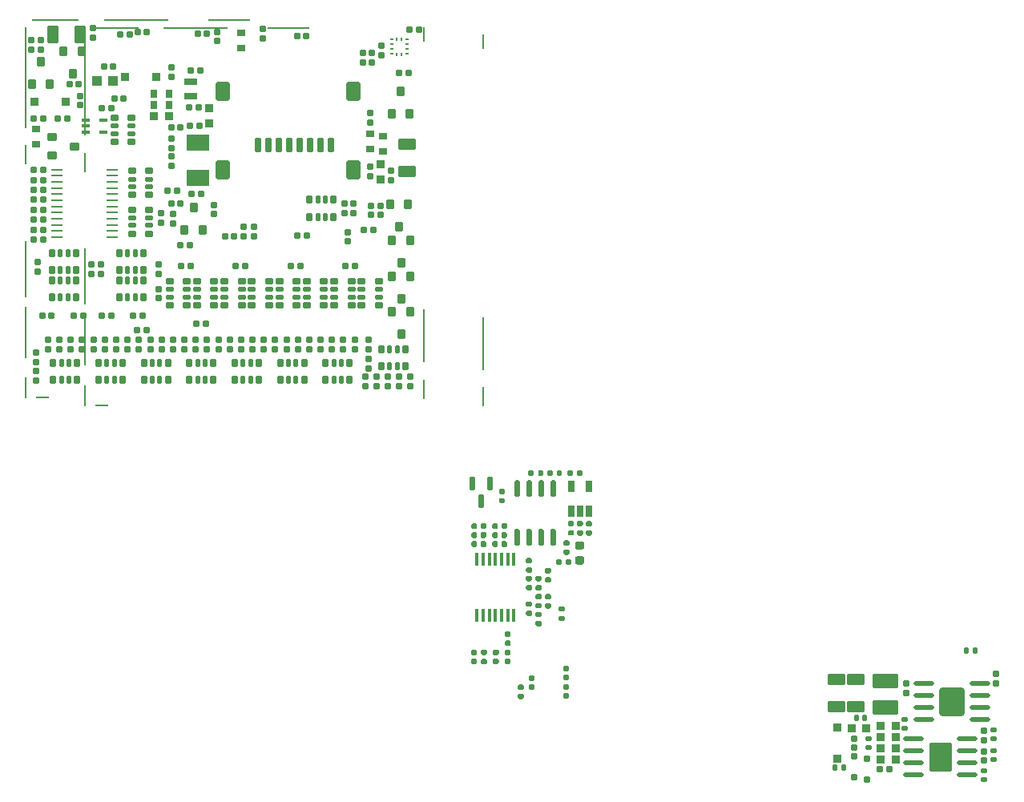
<source format=gbp>
G75*
G70*
%OFA0B0*%
%FSLAX25Y25*%
%IPPOS*%
%LPD*%
%AMOC8*
5,1,8,0,0,1.08239X$1,22.5*
%
%AMM1*
21,1,0.035430,0.030320,0.000000,0.000000,90.000000*
21,1,0.028350,0.037400,0.000000,0.000000,90.000000*
1,1,0.007090,0.015160,0.014170*
1,1,0.007090,0.015160,-0.014170*
1,1,0.007090,-0.015160,-0.014170*
1,1,0.007090,-0.015160,0.014170*
%
%AMM10*
21,1,0.025590,0.026380,0.000000,0.000000,90.000000*
21,1,0.020470,0.031500,0.000000,0.000000,90.000000*
1,1,0.005120,0.013190,0.010240*
1,1,0.005120,0.013190,-0.010240*
1,1,0.005120,-0.013190,-0.010240*
1,1,0.005120,-0.013190,0.010240*
%
%AMM101*
21,1,0.035830,0.026770,-0.000000,0.000000,90.000000*
21,1,0.029130,0.033470,-0.000000,0.000000,90.000000*
1,1,0.006690,0.013390,0.014570*
1,1,0.006690,0.013390,-0.014570*
1,1,0.006690,-0.013390,-0.014570*
1,1,0.006690,-0.013390,0.014570*
%
%AMM102*
21,1,0.070870,0.036220,-0.000000,0.000000,180.000000*
21,1,0.061810,0.045280,-0.000000,0.000000,180.000000*
1,1,0.009060,-0.030910,0.018110*
1,1,0.009060,0.030910,0.018110*
1,1,0.009060,0.030910,-0.018110*
1,1,0.009060,-0.030910,-0.018110*
%
%AMM105*
21,1,0.023620,0.018900,-0.000000,0.000000,180.000000*
21,1,0.018900,0.023620,-0.000000,0.000000,180.000000*
1,1,0.004720,-0.009450,0.009450*
1,1,0.004720,0.009450,0.009450*
1,1,0.004720,0.009450,-0.009450*
1,1,0.004720,-0.009450,-0.009450*
%
%AMM106*
21,1,0.019680,0.019680,-0.000000,0.000000,90.000000*
21,1,0.015750,0.023620,-0.000000,0.000000,90.000000*
1,1,0.003940,0.009840,0.007870*
1,1,0.003940,0.009840,-0.007870*
1,1,0.003940,-0.009840,-0.007870*
1,1,0.003940,-0.009840,0.007870*
%
%AMM107*
21,1,0.019680,0.019680,-0.000000,0.000000,0.000000*
21,1,0.015750,0.023620,-0.000000,0.000000,0.000000*
1,1,0.003940,0.007870,-0.009840*
1,1,0.003940,-0.007870,-0.009840*
1,1,0.003940,-0.007870,0.009840*
1,1,0.003940,0.007870,0.009840*
%
%AMM11*
21,1,0.017720,0.027950,0.000000,0.000000,90.000000*
21,1,0.014170,0.031500,0.000000,0.000000,90.000000*
1,1,0.003540,0.013980,0.007090*
1,1,0.003540,0.013980,-0.007090*
1,1,0.003540,-0.013980,-0.007090*
1,1,0.003540,-0.013980,0.007090*
%
%AMM121*
21,1,0.106300,0.050390,-0.000000,0.000000,180.000000*
21,1,0.093700,0.062990,-0.000000,0.000000,180.000000*
1,1,0.012600,-0.046850,0.025200*
1,1,0.012600,0.046850,0.025200*
1,1,0.012600,0.046850,-0.025200*
1,1,0.012600,-0.046850,-0.025200*
%
%AMM122*
21,1,0.033470,0.026770,-0.000000,0.000000,0.000000*
21,1,0.026770,0.033470,-0.000000,0.000000,0.000000*
1,1,0.006690,0.013390,-0.013390*
1,1,0.006690,-0.013390,-0.013390*
1,1,0.006690,-0.013390,0.013390*
1,1,0.006690,0.013390,0.013390*
%
%AMM123*
21,1,0.023620,0.018900,-0.000000,0.000000,270.000000*
21,1,0.018900,0.023620,-0.000000,0.000000,270.000000*
1,1,0.004720,-0.009450,-0.009450*
1,1,0.004720,-0.009450,0.009450*
1,1,0.004720,0.009450,0.009450*
1,1,0.004720,0.009450,-0.009450*
%
%AMM124*
21,1,0.122050,0.075590,-0.000000,0.000000,270.000000*
21,1,0.103150,0.094490,-0.000000,0.000000,270.000000*
1,1,0.018900,-0.037800,-0.051580*
1,1,0.018900,-0.037800,0.051580*
1,1,0.018900,0.037800,0.051580*
1,1,0.018900,0.037800,-0.051580*
%
%AMM125*
21,1,0.118110,0.083460,-0.000000,0.000000,90.000000*
21,1,0.097240,0.104330,-0.000000,0.000000,90.000000*
1,1,0.020870,0.041730,0.048620*
1,1,0.020870,0.041730,-0.048620*
1,1,0.020870,-0.041730,-0.048620*
1,1,0.020870,-0.041730,0.048620*
%
%AMM13*
21,1,0.012600,0.028980,0.000000,0.000000,90.000000*
21,1,0.010080,0.031500,0.000000,0.000000,90.000000*
1,1,0.002520,0.014490,0.005040*
1,1,0.002520,0.014490,-0.005040*
1,1,0.002520,-0.014490,-0.005040*
1,1,0.002520,-0.014490,0.005040*
%
%AMM16*
21,1,0.027560,0.018900,0.000000,0.000000,90.000000*
21,1,0.022840,0.023620,0.000000,0.000000,90.000000*
1,1,0.004720,0.009450,0.011420*
1,1,0.004720,0.009450,-0.011420*
1,1,0.004720,-0.009450,-0.011420*
1,1,0.004720,-0.009450,0.011420*
%
%AMM33*
21,1,0.033470,0.026770,0.000000,0.000000,180.000000*
21,1,0.026770,0.033470,0.000000,0.000000,180.000000*
1,1,0.006690,-0.013390,0.013390*
1,1,0.006690,0.013390,0.013390*
1,1,0.006690,0.013390,-0.013390*
1,1,0.006690,-0.013390,-0.013390*
%
%AMM34*
21,1,0.035430,0.030320,0.000000,0.000000,180.000000*
21,1,0.028350,0.037400,0.000000,0.000000,180.000000*
1,1,0.007090,-0.014170,0.015160*
1,1,0.007090,0.014170,0.015160*
1,1,0.007090,0.014170,-0.015160*
1,1,0.007090,-0.014170,-0.015160*
%
%AMM35*
21,1,0.035830,0.026770,0.000000,0.000000,0.000000*
21,1,0.029130,0.033470,0.000000,0.000000,0.000000*
1,1,0.006690,0.014570,-0.013390*
1,1,0.006690,-0.014570,-0.013390*
1,1,0.006690,-0.014570,0.013390*
1,1,0.006690,0.014570,0.013390*
%
%AMM36*
21,1,0.070870,0.036220,0.000000,0.000000,0.000000*
21,1,0.061810,0.045280,0.000000,0.000000,0.000000*
1,1,0.009060,0.030910,-0.018110*
1,1,0.009060,-0.030910,-0.018110*
1,1,0.009060,-0.030910,0.018110*
1,1,0.009060,0.030910,0.018110*
%
%AMM37*
21,1,0.059060,0.020470,0.000000,0.000000,90.000000*
21,1,0.053940,0.025590,0.000000,0.000000,90.000000*
1,1,0.005120,0.010240,0.026970*
1,1,0.005120,0.010240,-0.026970*
1,1,0.005120,-0.010240,-0.026970*
1,1,0.005120,-0.010240,0.026970*
%
%AMM38*
21,1,0.078740,0.045670,0.000000,0.000000,90.000000*
21,1,0.067320,0.057090,0.000000,0.000000,90.000000*
1,1,0.011420,0.022840,0.033660*
1,1,0.011420,0.022840,-0.033660*
1,1,0.011420,-0.022840,-0.033660*
1,1,0.011420,-0.022840,0.033660*
%
%AMM39*
21,1,0.025590,0.026380,0.000000,0.000000,0.000000*
21,1,0.020470,0.031500,0.000000,0.000000,0.000000*
1,1,0.005120,0.010240,-0.013190*
1,1,0.005120,-0.010240,-0.013190*
1,1,0.005120,-0.010240,0.013190*
1,1,0.005120,0.010240,0.013190*
%
%AMM40*
21,1,0.017720,0.027950,0.000000,0.000000,0.000000*
21,1,0.014170,0.031500,0.000000,0.000000,0.000000*
1,1,0.003540,0.007090,-0.013980*
1,1,0.003540,-0.007090,-0.013980*
1,1,0.003540,-0.007090,0.013980*
1,1,0.003540,0.007090,0.013980*
%
%AMM41*
21,1,0.027560,0.030710,0.000000,0.000000,90.000000*
21,1,0.022050,0.036220,0.000000,0.000000,90.000000*
1,1,0.005510,0.015350,0.011020*
1,1,0.005510,0.015350,-0.011020*
1,1,0.005510,-0.015350,-0.011020*
1,1,0.005510,-0.015350,0.011020*
%
%AMM42*
21,1,0.027560,0.049610,0.000000,0.000000,270.000000*
21,1,0.022050,0.055120,0.000000,0.000000,270.000000*
1,1,0.005510,-0.024800,-0.011020*
1,1,0.005510,-0.024800,0.011020*
1,1,0.005510,0.024800,0.011020*
1,1,0.005510,0.024800,-0.011020*
%
%AMM43*
21,1,0.027560,0.030710,0.000000,0.000000,0.000000*
21,1,0.022050,0.036220,0.000000,0.000000,0.000000*
1,1,0.005510,0.011020,-0.015350*
1,1,0.005510,-0.011020,-0.015350*
1,1,0.005510,-0.011020,0.015350*
1,1,0.005510,0.011020,0.015350*
%
%AMM44*
21,1,0.070870,0.036220,0.000000,0.000000,90.000000*
21,1,0.061810,0.045280,0.000000,0.000000,90.000000*
1,1,0.009060,0.018110,0.030910*
1,1,0.009060,0.018110,-0.030910*
1,1,0.009060,-0.018110,-0.030910*
1,1,0.009060,-0.018110,0.030910*
%
%AMM45*
21,1,0.033470,0.026770,0.000000,0.000000,270.000000*
21,1,0.026770,0.033470,0.000000,0.000000,270.000000*
1,1,0.006690,-0.013390,-0.013390*
1,1,0.006690,-0.013390,0.013390*
1,1,0.006690,0.013390,0.013390*
1,1,0.006690,0.013390,-0.013390*
%
%AMM7*
21,1,0.027560,0.018900,0.000000,0.000000,180.000000*
21,1,0.022840,0.023620,0.000000,0.000000,180.000000*
1,1,0.004720,-0.011420,0.009450*
1,1,0.004720,0.011420,0.009450*
1,1,0.004720,0.011420,-0.009450*
1,1,0.004720,-0.011420,-0.009450*
%
%ADD132M33*%
%ADD133M34*%
%ADD134M35*%
%ADD135R,0.03937X0.04331*%
%ADD136M36*%
%ADD137M37*%
%ADD138M38*%
%ADD14R,0.00787X0.09055*%
%ADD140R,0.09449X0.06693*%
%ADD141M39*%
%ADD142M40*%
%ADD143M41*%
%ADD144M42*%
%ADD145M43*%
%ADD146M44*%
%ADD147M45*%
%ADD148O,0.04961X0.00984*%
%ADD149R,0.00984X0.01378*%
%ADD15R,0.00787X0.42126*%
%ADD150R,0.01378X0.00984*%
%ADD16R,0.00787X0.08268*%
%ADD17R,0.00787X0.23622*%
%ADD18R,0.00787X0.21260*%
%ADD19R,0.05512X0.00787*%
%ADD20R,0.19685X0.00787*%
%ADD21R,0.26772X0.00787*%
%ADD22R,0.17717X0.00787*%
%ADD23R,0.00787X0.06299*%
%ADD24R,0.00787X0.22441*%
%ADD247M101*%
%ADD248M102*%
%ADD25R,0.00787X0.07874*%
%ADD251M105*%
%ADD252M106*%
%ADD253M107*%
%ADD268M121*%
%ADD269M122*%
%ADD270M123*%
%ADD271O,0.08661X0.01968*%
%ADD272M124*%
%ADD273M125*%
%ADD285R,0.01772X0.05709*%
%ADD286R,0.02559X0.04803*%
%ADD74M1*%
%ADD80M7*%
%ADD84M10*%
%ADD85M11*%
%ADD89M13*%
%ADD95M16*%
X0000000Y0000000D02*
%LPD*%
G01*
D14*
X0225847Y0267362D03*
D15*
X0225847Y0396496D03*
D16*
X0225847Y0364212D03*
D17*
X0225847Y0316771D03*
D18*
X0225847Y0290393D03*
D19*
X0232933Y0263228D03*
D20*
X0238445Y0420315D03*
D21*
X0271910Y0420315D03*
D22*
X0310689Y0420315D03*
D23*
X0391595Y0414409D03*
D24*
X0391595Y0289015D03*
D25*
X0391595Y0266771D03*
X0200689Y0266043D02*
G01*
G75*
D18*
X0201083Y0293602D02*
D03*
D14*
X0201083Y0270571D02*
D03*
D17*
X0201083Y0319980D02*
D03*
D25*
X0366831Y0269980D02*
D03*
D16*
X0201083Y0367421D02*
D03*
D15*
X0201083Y0399704D02*
D03*
D20*
X0213681Y0423523D02*
D03*
D21*
X0247146Y0423523D02*
D03*
D22*
X0285925Y0423523D02*
D03*
D24*
X0366831Y0292224D02*
D03*
D23*
X0366831Y0417618D02*
D03*
D19*
X0208169Y0266437D02*
D03*
D74*
X0212304Y0367285D02*
D03*
X0221556Y0371025D02*
D03*
D74*
X0212304Y0374766D02*
D03*
D80*
X0232382Y0318011D02*
D03*
X0232382Y0321948D02*
D03*
X0353051Y0360925D02*
D03*
X0353051Y0356988D02*
D03*
X0229331Y0420177D02*
D03*
X0229331Y0416240D02*
D03*
X0262514Y0342815D02*
D03*
X0262514Y0338878D02*
D03*
X0279419Y0342743D02*
D03*
X0279419Y0346680D02*
D03*
X0257382Y0339271D02*
D03*
X0257382Y0343208D02*
D03*
X0206188Y0322859D02*
D03*
X0206188Y0318922D02*
D03*
X0223917Y0392027D02*
D03*
X0223917Y0388090D02*
D03*
X0203445Y0411122D02*
D03*
X0203445Y0415059D02*
D03*
X0335335Y0335334D02*
D03*
X0335335Y0331397D02*
D03*
X0261713Y0399901D02*
D03*
X0261713Y0403838D02*
D03*
X0291930Y0333464D02*
D03*
X0291930Y0337401D02*
D03*
X0280905Y0414764D02*
D03*
X0280905Y0418700D02*
D03*
X0333760Y0347145D02*
D03*
X0333760Y0343208D02*
D03*
X0337697Y0347145D02*
D03*
X0337697Y0343208D02*
D03*
X0207579Y0411122D02*
D03*
X0207579Y0415059D02*
D03*
X0344587Y0362500D02*
D03*
X0344587Y0358563D02*
D03*
X0344390Y0384941D02*
D03*
X0344390Y0381004D02*
D03*
X0296260Y0333464D02*
D03*
X0296260Y0337401D02*
D03*
X0299902Y0419980D02*
D03*
X0299902Y0416043D02*
D03*
X0261713Y0370374D02*
D03*
X0261713Y0374311D02*
D03*
X0261713Y0366830D02*
D03*
X0261713Y0362893D02*
D03*
X0248327Y0290452D02*
D03*
X0248327Y0286515D02*
D03*
X0253051Y0290452D02*
D03*
X0253051Y0286515D02*
D03*
X0257776Y0290452D02*
D03*
X0257776Y0286515D02*
D03*
X0262500Y0290452D02*
D03*
X0262500Y0286515D02*
D03*
X0347146Y0271161D02*
D03*
X0347146Y0275098D02*
D03*
X0351870Y0275098D02*
D03*
X0351870Y0271161D02*
D03*
X0356594Y0271161D02*
D03*
X0356594Y0275098D02*
D03*
X0361319Y0271161D02*
D03*
X0361319Y0275098D02*
D03*
X0228445Y0318011D02*
D03*
X0228445Y0321948D02*
D03*
X0256398Y0318011D02*
D03*
X0256398Y0321948D02*
D03*
X0224705Y0290452D02*
D03*
X0224705Y0286515D02*
D03*
X0219981Y0290452D02*
D03*
X0219981Y0286515D02*
D03*
X0215256Y0290452D02*
D03*
X0215256Y0286515D02*
D03*
X0210532Y0290452D02*
D03*
X0210532Y0286515D02*
D03*
X0243603Y0290452D02*
D03*
X0243603Y0286515D02*
D03*
X0238878Y0290452D02*
D03*
X0238878Y0286515D02*
D03*
X0234154Y0290452D02*
D03*
X0234154Y0286515D02*
D03*
X0229429Y0290452D02*
D03*
X0229429Y0286515D02*
D03*
X0281398Y0290452D02*
D03*
X0281398Y0286515D02*
D03*
X0276674Y0290452D02*
D03*
X0276674Y0286515D02*
D03*
X0271949Y0290452D02*
D03*
X0271949Y0286515D02*
D03*
X0267225Y0290452D02*
D03*
X0267225Y0286515D02*
D03*
X0300296Y0286515D02*
D03*
X0300296Y0290452D02*
D03*
X0295571Y0290452D02*
D03*
X0295571Y0286515D02*
D03*
X0290847Y0290452D02*
D03*
X0290847Y0286515D02*
D03*
X0286122Y0290452D02*
D03*
X0286122Y0286515D02*
D03*
X0319193Y0290452D02*
D03*
X0319193Y0286515D02*
D03*
X0314469Y0290452D02*
D03*
X0314469Y0286515D02*
D03*
X0309744Y0290452D02*
D03*
X0309744Y0286515D02*
D03*
X0305020Y0290452D02*
D03*
X0305020Y0286515D02*
D03*
X0333366Y0290452D02*
D03*
X0333366Y0286515D02*
D03*
X0328642Y0290452D02*
D03*
X0328642Y0286515D02*
D03*
X0323917Y0290452D02*
D03*
X0323917Y0286515D02*
D03*
X0205413Y0281200D02*
D03*
X0205413Y0285137D02*
D03*
X0342422Y0275098D02*
D03*
X0342422Y0271161D02*
D03*
X0256398Y0307775D02*
D03*
X0256398Y0311712D02*
D03*
X0343996Y0286515D02*
D03*
X0343996Y0290452D02*
D03*
X0205413Y0273523D02*
D03*
X0205413Y0277460D02*
D03*
X0343996Y0282578D02*
D03*
X0343996Y0278641D02*
D03*
X0349114Y0412893D02*
D03*
X0349114Y0408956D02*
D03*
X0338091Y0290452D02*
D03*
X0338091Y0286515D02*
D03*
D84*
X0238091Y0382874D02*
D03*
X0245177Y0382874D02*
D03*
X0245177Y0372834D02*
D03*
X0238091Y0372834D02*
D03*
X0252658Y0334645D02*
D03*
X0245571Y0334645D02*
D03*
X0245571Y0344685D02*
D03*
X0252658Y0344685D02*
D03*
X0252658Y0350787D02*
D03*
X0245571Y0350787D02*
D03*
X0245571Y0360827D02*
D03*
X0252658Y0360827D02*
D03*
X0348130Y0314960D02*
D03*
X0341043Y0314960D02*
D03*
X0341043Y0304921D02*
D03*
X0348130Y0304921D02*
D03*
X0329626Y0304921D02*
D03*
X0336713Y0304921D02*
D03*
X0336713Y0314960D02*
D03*
X0329626Y0314960D02*
D03*
X0279626Y0314960D02*
D03*
X0272540Y0314960D02*
D03*
X0272540Y0304921D02*
D03*
X0279626Y0304921D02*
D03*
X0261122Y0304921D02*
D03*
X0268209Y0304921D02*
D03*
X0268209Y0314960D02*
D03*
X0261122Y0314960D02*
D03*
X0302461Y0314960D02*
D03*
X0295374Y0314960D02*
D03*
X0295374Y0304921D02*
D03*
X0302461Y0304921D02*
D03*
X0283957Y0304921D02*
D03*
X0291044Y0304921D02*
D03*
X0291044Y0314960D02*
D03*
X0283957Y0314960D02*
D03*
X0325296Y0314960D02*
D03*
X0318209Y0314960D02*
D03*
X0318209Y0304921D02*
D03*
X0325296Y0304921D02*
D03*
X0306792Y0304921D02*
D03*
X0313878Y0304921D02*
D03*
X0313878Y0314960D02*
D03*
X0306792Y0314960D02*
D03*
D85*
X0245177Y0376279D02*
D03*
X0245177Y0379429D02*
D03*
X0238091Y0379429D02*
D03*
X0238091Y0376279D02*
D03*
X0245571Y0341240D02*
D03*
X0245571Y0338090D02*
D03*
X0252658Y0338090D02*
D03*
X0252658Y0341240D02*
D03*
X0245571Y0357382D02*
D03*
X0245571Y0354232D02*
D03*
X0252658Y0354232D02*
D03*
X0252658Y0357382D02*
D03*
X0348130Y0311515D02*
D03*
X0348130Y0308366D02*
D03*
X0341043Y0308366D02*
D03*
X0341043Y0311515D02*
D03*
X0329626Y0308366D02*
D03*
X0329626Y0311515D02*
D03*
X0336713Y0311515D02*
D03*
X0336713Y0308366D02*
D03*
X0279626Y0311515D02*
D03*
X0279626Y0308366D02*
D03*
X0272540Y0308366D02*
D03*
X0272540Y0311515D02*
D03*
X0261122Y0308366D02*
D03*
X0261122Y0311515D02*
D03*
X0268209Y0311515D02*
D03*
X0268209Y0308366D02*
D03*
X0302461Y0311515D02*
D03*
X0302461Y0308366D02*
D03*
X0295374Y0308366D02*
D03*
X0295374Y0311515D02*
D03*
X0283957Y0308366D02*
D03*
X0283957Y0311515D02*
D03*
X0291044Y0311515D02*
D03*
X0291044Y0308366D02*
D03*
X0325296Y0311515D02*
D03*
X0325296Y0308366D02*
D03*
X0318209Y0308366D02*
D03*
X0318209Y0311515D02*
D03*
X0306792Y0308366D02*
D03*
X0306792Y0311515D02*
D03*
X0313878Y0311515D02*
D03*
X0313878Y0308366D02*
D03*
D89*
X0226083Y0376870D02*
D03*
X0226083Y0379429D02*
D03*
X0226083Y0381988D02*
D03*
X0233563Y0381988D02*
D03*
X0233563Y0376870D02*
D03*
D95*
X0244390Y0417421D02*
D03*
X0240453Y0417421D02*
D03*
X0360532Y0401673D02*
D03*
X0356594Y0401673D02*
D03*
X0219432Y0396852D02*
D03*
X0223369Y0396852D02*
D03*
X0242028Y0390846D02*
D03*
X0238091Y0390846D02*
D03*
X0232972Y0386909D02*
D03*
X0236909Y0386909D02*
D03*
X0342028Y0336122D02*
D03*
X0345965Y0336122D02*
D03*
X0272736Y0418012D02*
D03*
X0276673Y0418012D02*
D03*
X0341437Y0405807D02*
D03*
X0345374Y0405807D02*
D03*
X0314075Y0416830D02*
D03*
X0318012Y0416830D02*
D03*
X0269599Y0330021D02*
D03*
X0265662Y0330021D02*
D03*
X0260335Y0352657D02*
D03*
X0264272Y0352657D02*
D03*
X0270374Y0351082D02*
D03*
X0274311Y0351082D02*
D03*
X0269587Y0379429D02*
D03*
X0273524Y0379429D02*
D03*
X0364862Y0419586D02*
D03*
X0360925Y0419586D02*
D03*
X0251673Y0418602D02*
D03*
X0247736Y0418602D02*
D03*
X0233760Y0404232D02*
D03*
X0237697Y0404232D02*
D03*
X0344784Y0342421D02*
D03*
X0348721Y0342421D02*
D03*
X0344784Y0346358D02*
D03*
X0348721Y0346358D02*
D03*
X0345374Y0409744D02*
D03*
X0341437Y0409744D02*
D03*
X0318307Y0333858D02*
D03*
X0314370Y0333858D02*
D03*
X0261713Y0379035D02*
D03*
X0265650Y0379035D02*
D03*
X0261713Y0347342D02*
D03*
X0265650Y0347342D02*
D03*
X0269980Y0402657D02*
D03*
X0273917Y0402657D02*
D03*
X0269193Y0387303D02*
D03*
X0273130Y0387303D02*
D03*
X0284055Y0333464D02*
D03*
X0287992Y0333464D02*
D03*
X0338288Y0321161D02*
D03*
X0334351Y0321161D02*
D03*
X0269784Y0321161D02*
D03*
X0265847Y0321161D02*
D03*
X0292618Y0321161D02*
D03*
X0288681Y0321161D02*
D03*
X0315453Y0321161D02*
D03*
X0311516Y0321161D02*
D03*
X0276280Y0297145D02*
D03*
X0272343Y0297145D02*
D03*
X0221228Y0300689D02*
D03*
X0225165Y0300689D02*
D03*
X0212039Y0300689D02*
D03*
X0208102Y0300689D02*
D03*
X0246032Y0300689D02*
D03*
X0249969Y0300689D02*
D03*
X0236843Y0300689D02*
D03*
X0232906Y0300689D02*
D03*
X0208563Y0382578D02*
D03*
X0204626Y0382578D02*
D03*
X0214469Y0382578D02*
D03*
X0218406Y0382578D02*
D03*
X0251477Y0294389D02*
D03*
X0247540Y0294389D02*
D03*
X0204626Y0332185D02*
D03*
X0208563Y0332185D02*
D03*
X0204626Y0344586D02*
D03*
X0208563Y0344586D02*
D03*
X0204626Y0348720D02*
D03*
X0208563Y0348720D02*
D03*
X0204626Y0356988D02*
D03*
X0208563Y0356988D02*
D03*
X0204626Y0352854D02*
D03*
X0208563Y0352854D02*
D03*
X0204626Y0361122D02*
D03*
X0208563Y0361122D02*
D03*
X0204626Y0340453D02*
D03*
X0208563Y0340453D02*
D03*
X0204626Y0336319D02*
D03*
X0208563Y0336319D02*
D03*
D132*
X0254666Y0383563D02*
D03*
X0260886Y0383563D02*
D03*
D133*
X0357269Y0393914D02*
D03*
X0361009Y0384662D02*
D03*
X0274840Y0336163D02*
D03*
X0271100Y0345415D02*
D03*
X0211319Y0397027D02*
D03*
X0207579Y0406279D02*
D03*
X0217028Y0410452D02*
D03*
X0220768Y0401201D02*
D03*
X0353642Y0302067D02*
D03*
X0357382Y0292815D02*
D03*
X0357382Y0307710D02*
D03*
X0353642Y0316962D02*
D03*
X0353642Y0331857D02*
D03*
X0357382Y0322605D02*
D03*
X0352855Y0346752D02*
D03*
X0356595Y0337500D02*
D03*
D133*
X0353529Y0384662D02*
D03*
X0267360Y0336163D02*
D03*
X0203839Y0397027D02*
D03*
X0224508Y0410453D02*
D03*
X0361122Y0302067D02*
D03*
X0361122Y0316962D02*
D03*
X0361122Y0331857D02*
D03*
X0360335Y0346752D02*
D03*
D134*
X0205020Y0389665D02*
D03*
X0218012Y0389665D02*
D03*
X0242421Y0399901D02*
D03*
X0255414Y0399901D02*
D03*
D135*
X0237500Y0398326D02*
D03*
X0230807Y0398326D02*
D03*
D136*
X0359744Y0360531D02*
D03*
X0359744Y0371948D02*
D03*
D137*
X0297815Y0371567D02*
D03*
X0302146Y0371567D02*
D03*
X0306477Y0371567D02*
D03*
X0310807Y0371567D02*
D03*
X0315138Y0371567D02*
D03*
X0319469Y0371567D02*
D03*
X0323800Y0371567D02*
D03*
X0328130Y0371567D02*
D03*
D138*
X0337500Y0361331D02*
D03*
X0337500Y0394008D02*
D03*
X0283367Y0394008D02*
D03*
X0283367Y0361331D02*
D03*
D140*
X0272737Y0372539D02*
D03*
X0272737Y0357972D02*
D03*
D141*
X0319292Y0348720D02*
D03*
X0319292Y0341634D02*
D03*
X0329331Y0341634D02*
D03*
X0329331Y0348720D02*
D03*
X0250394Y0273720D02*
D03*
X0250394Y0280807D02*
D03*
X0260433Y0280807D02*
D03*
X0260433Y0273720D02*
D03*
X0222244Y0308169D02*
D03*
X0222244Y0315256D02*
D03*
X0212205Y0315256D02*
D03*
X0212205Y0308169D02*
D03*
X0212205Y0326673D02*
D03*
X0212205Y0319586D02*
D03*
X0222244Y0319586D02*
D03*
X0222244Y0326673D02*
D03*
X0250197Y0308169D02*
D03*
X0250197Y0315256D02*
D03*
X0240158Y0315256D02*
D03*
X0240158Y0308169D02*
D03*
X0240158Y0326673D02*
D03*
X0240158Y0319586D02*
D03*
X0250197Y0319586D02*
D03*
X0250197Y0326673D02*
D03*
X0212599Y0273720D02*
D03*
X0212599Y0280807D02*
D03*
X0222638Y0280807D02*
D03*
X0222638Y0273720D02*
D03*
X0231496Y0273720D02*
D03*
X0231496Y0280807D02*
D03*
X0241535Y0280807D02*
D03*
X0241535Y0273720D02*
D03*
X0269291Y0273720D02*
D03*
X0269291Y0280807D02*
D03*
X0279331Y0280807D02*
D03*
X0279331Y0273720D02*
D03*
X0288189Y0273720D02*
D03*
X0288189Y0280807D02*
D03*
X0298229Y0280807D02*
D03*
X0298229Y0273720D02*
D03*
X0307087Y0273720D02*
D03*
X0307087Y0280807D02*
D03*
X0317126Y0280807D02*
D03*
X0317126Y0273720D02*
D03*
X0325984Y0273720D02*
D03*
X0325984Y0280807D02*
D03*
X0336024Y0280807D02*
D03*
X0336024Y0273720D02*
D03*
X0359252Y0279429D02*
D03*
X0359252Y0286515D02*
D03*
X0349213Y0286515D02*
D03*
X0349213Y0279429D02*
D03*
D142*
X0322736Y0348720D02*
D03*
X0325886Y0348720D02*
D03*
X0325886Y0341634D02*
D03*
X0322736Y0341634D02*
D03*
X0256988Y0280807D02*
D03*
X0253839Y0280807D02*
D03*
X0253839Y0273720D02*
D03*
X0256988Y0273720D02*
D03*
X0218799Y0308169D02*
D03*
X0215650Y0308169D02*
D03*
X0215650Y0315256D02*
D03*
X0218799Y0315256D02*
D03*
X0215650Y0326673D02*
D03*
X0218799Y0326673D02*
D03*
X0218799Y0319586D02*
D03*
X0215650Y0319586D02*
D03*
X0246752Y0308169D02*
D03*
X0243602Y0308169D02*
D03*
X0243602Y0315256D02*
D03*
X0246752Y0315256D02*
D03*
X0243603Y0326673D02*
D03*
X0246752Y0326673D02*
D03*
X0246752Y0319586D02*
D03*
X0243603Y0319586D02*
D03*
X0219193Y0280807D02*
D03*
X0216044Y0280807D02*
D03*
X0216044Y0273720D02*
D03*
X0219193Y0273720D02*
D03*
X0238091Y0280807D02*
D03*
X0234941Y0280807D02*
D03*
X0234941Y0273720D02*
D03*
X0238091Y0273720D02*
D03*
X0275886Y0280807D02*
D03*
X0272736Y0280807D02*
D03*
X0272736Y0273720D02*
D03*
X0275886Y0273720D02*
D03*
X0294784Y0280807D02*
D03*
X0291634Y0280807D02*
D03*
X0291634Y0273720D02*
D03*
X0294784Y0273720D02*
D03*
X0313681Y0280807D02*
D03*
X0310532Y0280807D02*
D03*
X0310532Y0273720D02*
D03*
X0313681Y0273720D02*
D03*
X0332579Y0280807D02*
D03*
X0329429Y0280807D02*
D03*
X0329429Y0273720D02*
D03*
X0332579Y0273720D02*
D03*
X0355807Y0279429D02*
D03*
X0352658Y0279429D02*
D03*
X0352658Y0286515D02*
D03*
X0355807Y0286515D02*
D03*
D143*
X0344390Y0376279D02*
D03*
X0344390Y0369980D02*
D03*
X0290748Y0412008D02*
D03*
X0290748Y0418307D02*
D03*
X0205414Y0378248D02*
D03*
X0205414Y0371948D02*
D03*
X0349902Y0368799D02*
D03*
X0349902Y0375098D02*
D03*
D144*
X0269980Y0397736D02*
D03*
X0269980Y0391830D02*
D03*
D145*
X0260926Y0392815D02*
D03*
X0254626Y0392815D02*
D03*
X0260926Y0388189D02*
D03*
X0254626Y0388189D02*
D03*
D146*
X0212500Y0417421D02*
D03*
X0223917Y0417421D02*
D03*
D147*
X0348917Y0357224D02*
D03*
X0348917Y0363445D02*
D03*
X0277461Y0386870D02*
D03*
X0277461Y0380649D02*
D03*
D148*
X0214311Y0333169D02*
D03*
X0214311Y0335728D02*
D03*
X0214311Y0338287D02*
D03*
X0214311Y0340846D02*
D03*
X0214311Y0343405D02*
D03*
X0214311Y0345964D02*
D03*
X0214311Y0348523D02*
D03*
X0214311Y0351082D02*
D03*
X0214311Y0353641D02*
D03*
X0214311Y0356201D02*
D03*
X0214311Y0358759D02*
D03*
X0214311Y0361319D02*
D03*
X0237304Y0333169D02*
D03*
X0237304Y0335728D02*
D03*
X0237304Y0338287D02*
D03*
X0237304Y0340846D02*
D03*
X0237304Y0343405D02*
D03*
X0237304Y0345964D02*
D03*
X0237304Y0348523D02*
D03*
X0237304Y0351082D02*
D03*
X0237304Y0353641D02*
D03*
X0237304Y0356201D02*
D03*
X0237304Y0358759D02*
D03*
X0237304Y0361319D02*
D03*
D149*
X0357579Y0409350D02*
D03*
X0355611Y0409350D02*
D03*
X0355611Y0415649D02*
D03*
X0357579Y0415649D02*
D03*
D150*
X0353445Y0409547D02*
D03*
X0353445Y0411516D02*
D03*
X0353445Y0413484D02*
D03*
X0353445Y0415452D02*
D03*
X0359745Y0409547D02*
D03*
X0359745Y0415452D02*
D03*
X0359745Y0411516D02*
D03*
X0359745Y0413484D02*
D03*
X0615157Y0099409D02*
G01*
G75*
D247*
X0538779Y0129324D02*
D03*
X0538779Y0116332D02*
D03*
D248*
X0538385Y0149184D02*
D03*
X0538385Y0137767D02*
D03*
X0546417Y0149184D02*
D03*
X0546417Y0137767D02*
D03*
D251*
X0560433Y0111811D02*
D03*
X0556496Y0111811D02*
D03*
X0545866Y0108464D02*
D03*
X0545866Y0117126D02*
D03*
X0551114Y0107677D02*
D03*
X0551114Y0116338D02*
D03*
D252*
X0603740Y0119564D02*
D03*
X0603740Y0116020D02*
D03*
X0567007Y0128955D02*
D03*
X0567007Y0132499D02*
D03*
X0551902Y0120958D02*
D03*
X0551902Y0124501D02*
D03*
X0603740Y0128182D02*
D03*
X0603740Y0124639D02*
D03*
X0599803Y0107677D02*
D03*
X0599803Y0111220D02*
D03*
D253*
X0550327Y0133162D02*
D03*
X0546783Y0133162D02*
D03*
X0537925Y0112395D02*
D03*
X0541469Y0112395D02*
D03*
X0596242Y0161159D02*
D03*
X0592698Y0161159D02*
D03*
D268*
X0558858Y0148622D02*
D03*
X0558858Y0137598D02*
D03*
D269*
X0563181Y0115944D02*
D03*
X0556961Y0115944D02*
D03*
X0563181Y0130038D02*
D03*
X0556961Y0130038D02*
D03*
X0563181Y0125347D02*
D03*
X0556961Y0125347D02*
D03*
X0563181Y0120655D02*
D03*
X0556961Y0120655D02*
D03*
X0550937Y0128857D02*
D03*
X0544716Y0128857D02*
D03*
D270*
X0599803Y0119367D02*
D03*
X0599803Y0115430D02*
D03*
X0599803Y0124048D02*
D03*
X0599803Y0127985D02*
D03*
X0545866Y0120761D02*
D03*
X0545866Y0124698D02*
D03*
X0567480Y0143694D02*
D03*
X0567480Y0147631D02*
D03*
X0604921Y0151470D02*
D03*
X0604921Y0147532D02*
D03*
D271*
X0593043Y0124481D02*
D03*
X0593043Y0119481D02*
D03*
X0593043Y0114481D02*
D03*
X0593043Y0109481D02*
D03*
X0570406Y0124481D02*
D03*
X0570406Y0119481D02*
D03*
X0570406Y0114481D02*
D03*
X0570406Y0109481D02*
D03*
X0598326Y0147548D02*
D03*
X0598326Y0142548D02*
D03*
X0598326Y0137548D02*
D03*
X0598326Y0132548D02*
D03*
X0574901Y0147548D02*
D03*
X0574901Y0142548D02*
D03*
X0574901Y0137548D02*
D03*
X0574901Y0132548D02*
D03*
D272*
X0581725Y0116981D02*
D03*
D273*
X0586614Y0140048D02*
D03*
X0383858Y0241339D02*
%LPD*%
G01*
G36*
G01*
X0391217Y0161634D02*
X0392575Y0161634D01*
G75*
G02*
X0393156Y0161054I0000000J-000581D01*
G01*
X0393156Y0159892D01*
G75*
G02*
X0392575Y0159311I-000581J0000000D01*
G01*
X0391217Y0159311D01*
G75*
G02*
X0390636Y0159892I0000000J0000581D01*
G01*
X0390636Y0161054D01*
G75*
G02*
X0391217Y0161634I0000581J0000000D01*
G01*
G37*
G36*
G01*
X0391217Y0157815D02*
X0392575Y0157815D01*
G75*
G02*
X0393156Y0157235I0000000J-000581D01*
G01*
X0393156Y0156073D01*
G75*
G02*
X0392575Y0155493I-000581J0000000D01*
G01*
X0391217Y0155493D01*
G75*
G02*
X0390636Y0156073I0000000J0000581D01*
G01*
X0390636Y0157235D01*
G75*
G02*
X0391217Y0157815I0000581J0000000D01*
G01*
G37*
G36*
G01*
X0406506Y0147166D02*
X0407864Y0147166D01*
G75*
G02*
X0408445Y0146585I0000000J-000581D01*
G01*
X0408445Y0145424D01*
G75*
G02*
X0407864Y0144843I-000581J0000000D01*
G01*
X0406506Y0144843D01*
G75*
G02*
X0405925Y0145424I0000000J0000581D01*
G01*
X0405925Y0146585D01*
G75*
G02*
X0406506Y0147166I0000581J0000000D01*
G01*
G37*
G36*
G01*
X0406506Y0143347D02*
X0407864Y0143347D01*
G75*
G02*
X0408445Y0142766I0000000J-000581D01*
G01*
X0408445Y0141605D01*
G75*
G02*
X0407864Y0141024I-000581J0000000D01*
G01*
X0406506Y0141024D01*
G75*
G02*
X0405925Y0141605I0000000J0000581D01*
G01*
X0405925Y0142766D01*
G75*
G02*
X0406506Y0143347I0000581J0000000D01*
G01*
G37*
G36*
G01*
X0432702Y0197048D02*
X0430684Y0197048D01*
G75*
G02*
X0429823Y0197909I0000000J0000861D01*
G01*
X0429823Y0199631D01*
G75*
G02*
X0430684Y0200493I0000861J0000000D01*
G01*
X0432702Y0200493D01*
G75*
G02*
X0433563Y0199631I0000000J-000861D01*
G01*
X0433563Y0197909D01*
G75*
G02*
X0432702Y0197048I-000861J0000000D01*
G01*
G37*
G36*
G01*
X0432702Y0203248D02*
X0430684Y0203248D01*
G75*
G02*
X0429823Y0204110I0000000J0000861D01*
G01*
X0429823Y0205832D01*
G75*
G02*
X0430684Y0206693I0000861J0000000D01*
G01*
X0432702Y0206693D01*
G75*
G02*
X0433563Y0205832I0000000J-000861D01*
G01*
X0433563Y0204110D01*
G75*
G02*
X0432702Y0203248I-000861J0000000D01*
G01*
G37*
G36*
G01*
X0388376Y0155493D02*
X0387017Y0155493D01*
G75*
G02*
X0386437Y0156073I0000000J0000581D01*
G01*
X0386437Y0157235D01*
G75*
G02*
X0387017Y0157815I0000581J0000000D01*
G01*
X0388376Y0157815D01*
G75*
G02*
X0388956Y0157235I0000000J-000581D01*
G01*
X0388956Y0156073D01*
G75*
G02*
X0388376Y0155493I-000581J0000000D01*
G01*
G37*
G36*
G01*
X0388376Y0159311D02*
X0387017Y0159311D01*
G75*
G02*
X0386437Y0159892I0000000J0000581D01*
G01*
X0386437Y0161054D01*
G75*
G02*
X0387017Y0161634I0000581J0000000D01*
G01*
X0388376Y0161634D01*
G75*
G02*
X0388956Y0161054I0000000J-000581D01*
G01*
X0388956Y0159892D01*
G75*
G02*
X0388376Y0159311I-000581J0000000D01*
G01*
G37*
G36*
G01*
X0427372Y0215194D02*
X0428730Y0215194D01*
G75*
G02*
X0429311Y0214614I0000000J-000581D01*
G01*
X0429311Y0213452D01*
G75*
G02*
X0428730Y0212872I-000581J0000000D01*
G01*
X0427372Y0212872D01*
G75*
G02*
X0426791Y0213452I0000000J0000581D01*
G01*
X0426791Y0214614D01*
G75*
G02*
X0427372Y0215194I0000581J0000000D01*
G01*
G37*
G36*
G01*
X0427372Y0211376D02*
X0428730Y0211376D01*
G75*
G02*
X0429311Y0210795I0000000J-000581D01*
G01*
X0429311Y0209633D01*
G75*
G02*
X0428730Y0209053I-000581J0000000D01*
G01*
X0427372Y0209053D01*
G75*
G02*
X0426791Y0209633I0000000J0000581D01*
G01*
X0426791Y0210795D01*
G75*
G02*
X0427372Y0211376I0000581J0000000D01*
G01*
G37*
G36*
G01*
X0425502Y0207107D02*
X0426860Y0207107D01*
G75*
G02*
X0427441Y0206526I0000000J-000581D01*
G01*
X0427441Y0205365D01*
G75*
G02*
X0426860Y0204784I-000581J0000000D01*
G01*
X0425502Y0204784D01*
G75*
G02*
X0424921Y0205365I0000000J0000581D01*
G01*
X0424921Y0206526D01*
G75*
G02*
X0425502Y0207107I0000581J0000000D01*
G01*
G37*
G36*
G01*
X0425502Y0203288D02*
X0426860Y0203288D01*
G75*
G02*
X0427441Y0202707I0000000J-000581D01*
G01*
X0427441Y0201546D01*
G75*
G02*
X0426860Y0200965I-000581J0000000D01*
G01*
X0425502Y0200965D01*
G75*
G02*
X0424921Y0201546I0000000J0000581D01*
G01*
X0424921Y0202707D01*
G75*
G02*
X0425502Y0203288I0000581J0000000D01*
G01*
G37*
G36*
G01*
X0432834Y0235719D02*
X0432834Y0234361D01*
G75*
G02*
X0432254Y0233780I-000581J0000000D01*
G01*
X0431092Y0233780D01*
G75*
G02*
X0430512Y0234361I0000000J0000581D01*
G01*
X0430512Y0235719D01*
G75*
G02*
X0431092Y0236300I0000581J0000000D01*
G01*
X0432254Y0236300D01*
G75*
G02*
X0432834Y0235719I0000000J-000581D01*
G01*
G37*
G36*
G01*
X0429015Y0235719D02*
X0429015Y0234361D01*
G75*
G02*
X0428435Y0233780I-000581J0000000D01*
G01*
X0427273Y0233780D01*
G75*
G02*
X0426693Y0234361I0000000J0000581D01*
G01*
X0426693Y0235719D01*
G75*
G02*
X0427273Y0236300I0000581J0000000D01*
G01*
X0428435Y0236300D01*
G75*
G02*
X0429015Y0235719I0000000J-000581D01*
G01*
G37*
G36*
G01*
X0415246Y0186201D02*
X0413888Y0186201D01*
G75*
G02*
X0413307Y0186782I0000000J0000581D01*
G01*
X0413307Y0187943D01*
G75*
G02*
X0413888Y0188524I0000581J0000000D01*
G01*
X0415246Y0188524D01*
G75*
G02*
X0415827Y0187943I0000000J-000581D01*
G01*
X0415827Y0186782D01*
G75*
G02*
X0415246Y0186201I-000581J0000000D01*
G01*
G37*
G36*
G01*
X0415246Y0190020D02*
X0413888Y0190020D01*
G75*
G02*
X0413307Y0190601I0000000J0000581D01*
G01*
X0413307Y0191762D01*
G75*
G02*
X0413888Y0192343I0000581J0000000D01*
G01*
X0415246Y0192343D01*
G75*
G02*
X0415827Y0191762I0000000J-000581D01*
G01*
X0415827Y0190601D01*
G75*
G02*
X0415246Y0190020I-000581J0000000D01*
G01*
G37*
G36*
G01*
X0409951Y0192343D02*
X0411309Y0192343D01*
G75*
G02*
X0411889Y0191762I0000000J-000581D01*
G01*
X0411889Y0190601D01*
G75*
G02*
X0411309Y0190020I-000581J0000000D01*
G01*
X0409951Y0190020D01*
G75*
G02*
X0409370Y0190601I0000000J0000581D01*
G01*
X0409370Y0191762D01*
G75*
G02*
X0409951Y0192343I0000581J0000000D01*
G01*
G37*
G36*
G01*
X0409951Y0188524D02*
X0411309Y0188524D01*
G75*
G02*
X0411889Y0187943I0000000J-000581D01*
G01*
X0411889Y0186782D01*
G75*
G02*
X0411309Y0186201I-000581J0000000D01*
G01*
X0409951Y0186201D01*
G75*
G02*
X0409370Y0186782I0000000J0000581D01*
G01*
X0409370Y0187943D01*
G75*
G02*
X0409951Y0188524I0000581J0000000D01*
G01*
G37*
G36*
G01*
X0412391Y0144863D02*
X0411033Y0144863D01*
G75*
G02*
X0410452Y0145443I0000000J0000581D01*
G01*
X0410452Y0146605D01*
G75*
G02*
X0411033Y0147185I0000581J0000000D01*
G01*
X0412391Y0147185D01*
G75*
G02*
X0412972Y0146605I0000000J-000581D01*
G01*
X0412972Y0145443D01*
G75*
G02*
X0412391Y0144863I-000581J0000000D01*
G01*
G37*
G36*
G01*
X0412391Y0148682D02*
X0411033Y0148682D01*
G75*
G02*
X0410452Y0149262I0000000J0000581D01*
G01*
X0410452Y0150424D01*
G75*
G02*
X0411033Y0151004I0000581J0000000D01*
G01*
X0412391Y0151004D01*
G75*
G02*
X0412972Y0150424I0000000J-000581D01*
G01*
X0412972Y0149262D01*
G75*
G02*
X0412391Y0148682I-000581J0000000D01*
G01*
G37*
D285*
X0388976Y0199213D03*
X0391535Y0199213D03*
X0394094Y0199213D03*
X0396653Y0199213D03*
X0399212Y0199213D03*
X0401771Y0199213D03*
X0404330Y0199213D03*
X0404330Y0175985D03*
X0401771Y0175985D03*
X0399212Y0175985D03*
X0396653Y0175985D03*
X0394094Y0175985D03*
X0391535Y0175985D03*
X0388976Y0175985D03*
G36*
G01*
X0432470Y0209036D02*
X0431112Y0209036D01*
G75*
G02*
X0430531Y0209617I0000000J0000581D01*
G01*
X0430531Y0210778D01*
G75*
G02*
X0431112Y0211359I0000581J0000000D01*
G01*
X0432470Y0211359D01*
G75*
G02*
X0433051Y0210778I0000000J-000581D01*
G01*
X0433051Y0209617D01*
G75*
G02*
X0432470Y0209036I-000581J0000000D01*
G01*
G37*
G36*
G01*
X0432470Y0212855D02*
X0431112Y0212855D01*
G75*
G02*
X0430531Y0213435I0000000J0000581D01*
G01*
X0430531Y0214597D01*
G75*
G02*
X0431112Y0215178I0000581J0000000D01*
G01*
X0432470Y0215178D01*
G75*
G02*
X0433051Y0214597I0000000J-000581D01*
G01*
X0433051Y0213435D01*
G75*
G02*
X0432470Y0212855I-000581J0000000D01*
G01*
G37*
G36*
G01*
X0434852Y0215178D02*
X0436210Y0215178D01*
G75*
G02*
X0436791Y0214597I0000000J-000581D01*
G01*
X0436791Y0213435D01*
G75*
G02*
X0436210Y0212855I-000581J0000000D01*
G01*
X0434852Y0212855D01*
G75*
G02*
X0434271Y0213435I0000000J0000581D01*
G01*
X0434271Y0214597D01*
G75*
G02*
X0434852Y0215178I0000581J0000000D01*
G01*
G37*
G36*
G01*
X0434852Y0211359D02*
X0436210Y0211359D01*
G75*
G02*
X0436791Y0210778I0000000J-000581D01*
G01*
X0436791Y0209617D01*
G75*
G02*
X0436210Y0209036I-000581J0000000D01*
G01*
X0434852Y0209036D01*
G75*
G02*
X0434271Y0209617I0000000J0000581D01*
G01*
X0434271Y0210778D01*
G75*
G02*
X0434852Y0211359I0000581J0000000D01*
G01*
G37*
G36*
G01*
X0425403Y0154941D02*
X0426762Y0154941D01*
G75*
G02*
X0427342Y0154361I0000000J-000581D01*
G01*
X0427342Y0153199D01*
G75*
G02*
X0426762Y0152619I-000581J0000000D01*
G01*
X0425403Y0152619D01*
G75*
G02*
X0424823Y0153199I0000000J0000581D01*
G01*
X0424823Y0154361D01*
G75*
G02*
X0425403Y0154941I0000581J0000000D01*
G01*
G37*
G36*
G01*
X0425403Y0151122D02*
X0426762Y0151122D01*
G75*
G02*
X0427342Y0150542I0000000J-000581D01*
G01*
X0427342Y0149380D01*
G75*
G02*
X0426762Y0148800I-000581J0000000D01*
G01*
X0425403Y0148800D01*
G75*
G02*
X0424823Y0149380I0000000J0000581D01*
G01*
X0424823Y0150542D01*
G75*
G02*
X0425403Y0151122I0000581J0000000D01*
G01*
G37*
G36*
G01*
X0396105Y0161634D02*
X0397464Y0161634D01*
G75*
G02*
X0398044Y0161054I0000000J-000581D01*
G01*
X0398044Y0159892D01*
G75*
G02*
X0397464Y0159311I-000581J0000000D01*
G01*
X0396105Y0159311D01*
G75*
G02*
X0395525Y0159892I0000000J0000581D01*
G01*
X0395525Y0161054D01*
G75*
G02*
X0396105Y0161634I0000581J0000000D01*
G01*
G37*
G36*
G01*
X0396105Y0157815D02*
X0397464Y0157815D01*
G75*
G02*
X0398044Y0157235I0000000J-000581D01*
G01*
X0398044Y0156073D01*
G75*
G02*
X0397464Y0155493I-000581J0000000D01*
G01*
X0396105Y0155493D01*
G75*
G02*
X0395525Y0156073I0000000J0000581D01*
G01*
X0395525Y0157235D01*
G75*
G02*
X0396105Y0157815I0000581J0000000D01*
G01*
G37*
G36*
G01*
X0419183Y0189449D02*
X0417825Y0189449D01*
G75*
G02*
X0417244Y0190030I0000000J0000581D01*
G01*
X0417244Y0191191D01*
G75*
G02*
X0417825Y0191772I0000581J0000000D01*
G01*
X0419183Y0191772D01*
G75*
G02*
X0419764Y0191191I0000000J-000581D01*
G01*
X0419764Y0190030D01*
G75*
G02*
X0419183Y0189449I-000581J0000000D01*
G01*
G37*
G36*
G01*
X0419183Y0193268D02*
X0417825Y0193268D01*
G75*
G02*
X0417244Y0193849I0000000J0000581D01*
G01*
X0417244Y0195010D01*
G75*
G02*
X0417825Y0195591I0000581J0000000D01*
G01*
X0419183Y0195591D01*
G75*
G02*
X0419764Y0195010I0000000J-000581D01*
G01*
X0419764Y0193849D01*
G75*
G02*
X0419183Y0193268I-000581J0000000D01*
G01*
G37*
G36*
G01*
X0426762Y0141122D02*
X0425403Y0141122D01*
G75*
G02*
X0424823Y0141703I0000000J0000581D01*
G01*
X0424823Y0142865D01*
G75*
G02*
X0425403Y0143445I0000581J0000000D01*
G01*
X0426762Y0143445D01*
G75*
G02*
X0427342Y0142865I0000000J-000581D01*
G01*
X0427342Y0141703D01*
G75*
G02*
X0426762Y0141122I-000581J0000000D01*
G01*
G37*
G36*
G01*
X0426762Y0144941D02*
X0425403Y0144941D01*
G75*
G02*
X0424823Y0145522I0000000J0000581D01*
G01*
X0424823Y0146683D01*
G75*
G02*
X0425403Y0147264I0000581J0000000D01*
G01*
X0426762Y0147264D01*
G75*
G02*
X0427342Y0146683I0000000J-000581D01*
G01*
X0427342Y0145522D01*
G75*
G02*
X0426762Y0144941I-000581J0000000D01*
G01*
G37*
G36*
G01*
X0411309Y0193583D02*
X0409951Y0193583D01*
G75*
G02*
X0409370Y0194164I0000000J0000581D01*
G01*
X0409370Y0195325D01*
G75*
G02*
X0409951Y0195906I0000581J0000000D01*
G01*
X0411309Y0195906D01*
G75*
G02*
X0411889Y0195325I0000000J-000581D01*
G01*
X0411889Y0194164D01*
G75*
G02*
X0411309Y0193583I-000581J0000000D01*
G01*
G37*
G36*
G01*
X0411309Y0197402D02*
X0409951Y0197402D01*
G75*
G02*
X0409370Y0197983I0000000J0000581D01*
G01*
X0409370Y0199144D01*
G75*
G02*
X0409951Y0199725I0000581J0000000D01*
G01*
X0411309Y0199725D01*
G75*
G02*
X0411889Y0199144I0000000J-000581D01*
G01*
X0411889Y0197983D01*
G75*
G02*
X0411309Y0197402I-000581J0000000D01*
G01*
G37*
G36*
G01*
X0386693Y0204833D02*
X0386693Y0206191D01*
G75*
G02*
X0387273Y0206772I0000581J0000000D01*
G01*
X0388435Y0206772D01*
G75*
G02*
X0389015Y0206191I0000000J-000581D01*
G01*
X0389015Y0204833D01*
G75*
G02*
X0388435Y0204252I-000581J0000000D01*
G01*
X0387273Y0204252D01*
G75*
G02*
X0386693Y0204833I0000000J0000581D01*
G01*
G37*
G36*
G01*
X0390512Y0204833D02*
X0390512Y0206191D01*
G75*
G02*
X0391092Y0206772I0000581J0000000D01*
G01*
X0392254Y0206772D01*
G75*
G02*
X0392834Y0206191I0000000J-000581D01*
G01*
X0392834Y0204833D01*
G75*
G02*
X0392254Y0204252I-000581J0000000D01*
G01*
X0391092Y0204252D01*
G75*
G02*
X0390512Y0204833I0000000J0000581D01*
G01*
G37*
G36*
G01*
X0415246Y0178721D02*
X0413888Y0178721D01*
G75*
G02*
X0413307Y0179302I0000000J0000581D01*
G01*
X0413307Y0180463D01*
G75*
G02*
X0413888Y0181044I0000581J0000000D01*
G01*
X0415246Y0181044D01*
G75*
G02*
X0415827Y0180463I0000000J-000581D01*
G01*
X0415827Y0179302D01*
G75*
G02*
X0415246Y0178721I-000581J0000000D01*
G01*
G37*
G36*
G01*
X0415246Y0182540D02*
X0413888Y0182540D01*
G75*
G02*
X0413307Y0183120I0000000J0000581D01*
G01*
X0413307Y0184282D01*
G75*
G02*
X0413888Y0184863I0000581J0000000D01*
G01*
X0415246Y0184863D01*
G75*
G02*
X0415827Y0184282I0000000J-000581D01*
G01*
X0415827Y0183120D01*
G75*
G02*
X0415246Y0182540I-000581J0000000D01*
G01*
G37*
G36*
G01*
X0413888Y0177382D02*
X0415246Y0177382D01*
G75*
G02*
X0415827Y0176802I0000000J-000581D01*
G01*
X0415827Y0175640D01*
G75*
G02*
X0415246Y0175059I-000581J0000000D01*
G01*
X0413888Y0175059D01*
G75*
G02*
X0413307Y0175640I0000000J0000581D01*
G01*
X0413307Y0176802D01*
G75*
G02*
X0413888Y0177382I0000581J0000000D01*
G01*
G37*
G36*
G01*
X0413888Y0173563D02*
X0415246Y0173563D01*
G75*
G02*
X0415827Y0172983I0000000J-000581D01*
G01*
X0415827Y0171821D01*
G75*
G02*
X0415246Y0171241I-000581J0000000D01*
G01*
X0413888Y0171241D01*
G75*
G02*
X0413307Y0171821I0000000J0000581D01*
G01*
X0413307Y0172983D01*
G75*
G02*
X0413888Y0173563I0000581J0000000D01*
G01*
G37*
G36*
G01*
X0386693Y0208573D02*
X0386693Y0209932D01*
G75*
G02*
X0387273Y0210512I0000581J0000000D01*
G01*
X0388435Y0210512D01*
G75*
G02*
X0389015Y0209932I0000000J-000581D01*
G01*
X0389015Y0208573D01*
G75*
G02*
X0388435Y0207993I-000581J0000000D01*
G01*
X0387273Y0207993D01*
G75*
G02*
X0386693Y0208573I0000000J0000581D01*
G01*
G37*
G36*
G01*
X0390512Y0208573D02*
X0390512Y0209932D01*
G75*
G02*
X0391092Y0210512I0000581J0000000D01*
G01*
X0392254Y0210512D01*
G75*
G02*
X0392834Y0209932I0000000J-000581D01*
G01*
X0392834Y0208573D01*
G75*
G02*
X0392254Y0207993I-000581J0000000D01*
G01*
X0391092Y0207993D01*
G75*
G02*
X0390512Y0208573I0000000J0000581D01*
G01*
G37*
D286*
X0435531Y0219252D03*
X0431791Y0219252D03*
X0428051Y0219252D03*
X0428051Y0229567D03*
X0435531Y0229567D03*
G36*
G01*
X0417825Y0184764D02*
X0419183Y0184764D01*
G75*
G02*
X0419764Y0184183I0000000J-000581D01*
G01*
X0419764Y0183022D01*
G75*
G02*
X0419183Y0182441I-000581J0000000D01*
G01*
X0417825Y0182441D01*
G75*
G02*
X0417244Y0183022I0000000J0000581D01*
G01*
X0417244Y0184183D01*
G75*
G02*
X0417825Y0184764I0000581J0000000D01*
G01*
G37*
G36*
G01*
X0417825Y0180945D02*
X0419183Y0180945D01*
G75*
G02*
X0419764Y0180365I0000000J-000581D01*
G01*
X0419764Y0179203D01*
G75*
G02*
X0419183Y0178622I-000581J0000000D01*
G01*
X0417825Y0178622D01*
G75*
G02*
X0417244Y0179203I0000000J0000581D01*
G01*
X0417244Y0180365D01*
G75*
G02*
X0417825Y0180945I0000581J0000000D01*
G01*
G37*
G36*
G01*
X0421929Y0197353D02*
X0421929Y0198711D01*
G75*
G02*
X0422510Y0199292I0000581J0000000D01*
G01*
X0423671Y0199292D01*
G75*
G02*
X0424252Y0198711I0000000J-000581D01*
G01*
X0424252Y0197353D01*
G75*
G02*
X0423671Y0196772I-000581J0000000D01*
G01*
X0422510Y0196772D01*
G75*
G02*
X0421929Y0197353I0000000J0000581D01*
G01*
G37*
G36*
G01*
X0425748Y0197353D02*
X0425748Y0198711D01*
G75*
G02*
X0426328Y0199292I0000581J0000000D01*
G01*
X0427490Y0199292D01*
G75*
G02*
X0428071Y0198711I0000000J-000581D01*
G01*
X0428071Y0197353D01*
G75*
G02*
X0427490Y0196772I-000581J0000000D01*
G01*
X0426328Y0196772D01*
G75*
G02*
X0425748Y0197353I0000000J0000581D01*
G01*
G37*
G36*
G01*
X0401496Y0206191D02*
X0401496Y0204833D01*
G75*
G02*
X0400915Y0204252I-000581J0000000D01*
G01*
X0399754Y0204252D01*
G75*
G02*
X0399173Y0204833I0000000J0000581D01*
G01*
X0399173Y0206191D01*
G75*
G02*
X0399754Y0206772I0000581J0000000D01*
G01*
X0400915Y0206772D01*
G75*
G02*
X0401496Y0206191I0000000J-000581D01*
G01*
G37*
G36*
G01*
X0397677Y0206191D02*
X0397677Y0204833D01*
G75*
G02*
X0397096Y0204252I-000581J0000000D01*
G01*
X0395935Y0204252D01*
G75*
G02*
X0395354Y0204833I0000000J0000581D01*
G01*
X0395354Y0206191D01*
G75*
G02*
X0395935Y0206772I0000581J0000000D01*
G01*
X0397096Y0206772D01*
G75*
G02*
X0397677Y0206191I0000000J-000581D01*
G01*
G37*
G36*
G01*
X0402451Y0163071D02*
X0401092Y0163071D01*
G75*
G02*
X0400512Y0163652I0000000J0000581D01*
G01*
X0400512Y0164813D01*
G75*
G02*
X0401092Y0165394I0000581J0000000D01*
G01*
X0402451Y0165394D01*
G75*
G02*
X0403031Y0164813I0000000J-000581D01*
G01*
X0403031Y0163652D01*
G75*
G02*
X0402451Y0163071I-000581J0000000D01*
G01*
G37*
G36*
G01*
X0402451Y0166890D02*
X0401092Y0166890D01*
G75*
G02*
X0400512Y0167471I0000000J0000581D01*
G01*
X0400512Y0168632D01*
G75*
G02*
X0401092Y0169213I0000581J0000000D01*
G01*
X0402451Y0169213D01*
G75*
G02*
X0403031Y0168632I0000000J-000581D01*
G01*
X0403031Y0167471D01*
G75*
G02*
X0402451Y0166890I-000581J0000000D01*
G01*
G37*
G36*
G01*
X0402451Y0155493D02*
X0401092Y0155493D01*
G75*
G02*
X0400512Y0156073I0000000J0000581D01*
G01*
X0400512Y0157235D01*
G75*
G02*
X0401092Y0157815I0000581J0000000D01*
G01*
X0402451Y0157815D01*
G75*
G02*
X0403031Y0157235I0000000J-000581D01*
G01*
X0403031Y0156073D01*
G75*
G02*
X0402451Y0155493I-000581J0000000D01*
G01*
G37*
G36*
G01*
X0402451Y0159311D02*
X0401092Y0159311D01*
G75*
G02*
X0400512Y0159892I0000000J0000581D01*
G01*
X0400512Y0161054D01*
G75*
G02*
X0401092Y0161634I0000581J0000000D01*
G01*
X0402451Y0161634D01*
G75*
G02*
X0403031Y0161054I0000000J-000581D01*
G01*
X0403031Y0159892D01*
G75*
G02*
X0402451Y0159311I-000581J0000000D01*
G01*
G37*
G36*
G01*
X0401496Y0209932D02*
X0401496Y0208573D01*
G75*
G02*
X0400915Y0207993I-000581J0000000D01*
G01*
X0399754Y0207993D01*
G75*
G02*
X0399173Y0208573I0000000J0000581D01*
G01*
X0399173Y0209932D01*
G75*
G02*
X0399754Y0210512I0000581J0000000D01*
G01*
X0400915Y0210512D01*
G75*
G02*
X0401496Y0209932I0000000J-000581D01*
G01*
G37*
G36*
G01*
X0397677Y0209932D02*
X0397677Y0208573D01*
G75*
G02*
X0397096Y0207993I-000581J0000000D01*
G01*
X0395935Y0207993D01*
G75*
G02*
X0395354Y0208573I0000000J0000581D01*
G01*
X0395354Y0209932D01*
G75*
G02*
X0395935Y0210512I0000581J0000000D01*
G01*
X0397096Y0210512D01*
G75*
G02*
X0397677Y0209932I0000000J-000581D01*
G01*
G37*
G36*
G01*
X0411309Y0175571D02*
X0409951Y0175571D01*
G75*
G02*
X0409370Y0176152I0000000J0000581D01*
G01*
X0409370Y0177313D01*
G75*
G02*
X0409951Y0177894I0000581J0000000D01*
G01*
X0411309Y0177894D01*
G75*
G02*
X0411889Y0177313I0000000J-000581D01*
G01*
X0411889Y0176152D01*
G75*
G02*
X0411309Y0175571I-000581J0000000D01*
G01*
G37*
G36*
G01*
X0411309Y0179390D02*
X0409951Y0179390D01*
G75*
G02*
X0409370Y0179971I0000000J0000581D01*
G01*
X0409370Y0181132D01*
G75*
G02*
X0409951Y0181713I0000581J0000000D01*
G01*
X0411309Y0181713D01*
G75*
G02*
X0411889Y0181132I0000000J-000581D01*
G01*
X0411889Y0179971D01*
G75*
G02*
X0411309Y0179390I-000581J0000000D01*
G01*
G37*
G36*
G01*
X0401496Y0213672D02*
X0401496Y0212313D01*
G75*
G02*
X0400915Y0211733I-000581J0000000D01*
G01*
X0399754Y0211733D01*
G75*
G02*
X0399173Y0212313I0000000J0000581D01*
G01*
X0399173Y0213672D01*
G75*
G02*
X0399754Y0214252I0000581J0000000D01*
G01*
X0400915Y0214252D01*
G75*
G02*
X0401496Y0213672I0000000J-000581D01*
G01*
G37*
G36*
G01*
X0397677Y0213672D02*
X0397677Y0212313D01*
G75*
G02*
X0397096Y0211733I-000581J0000000D01*
G01*
X0395935Y0211733D01*
G75*
G02*
X0395354Y0212313I0000000J0000581D01*
G01*
X0395354Y0213672D01*
G75*
G02*
X0395935Y0214252I0000581J0000000D01*
G01*
X0397096Y0214252D01*
G75*
G02*
X0397677Y0213672I0000000J-000581D01*
G01*
G37*
G36*
G01*
X0392834Y0213672D02*
X0392834Y0212313D01*
G75*
G02*
X0392254Y0211733I-000581J0000000D01*
G01*
X0391092Y0211733D01*
G75*
G02*
X0390512Y0212313I0000000J0000581D01*
G01*
X0390512Y0213672D01*
G75*
G02*
X0391092Y0214252I0000581J0000000D01*
G01*
X0392254Y0214252D01*
G75*
G02*
X0392834Y0213672I0000000J-000581D01*
G01*
G37*
G36*
G01*
X0389015Y0213672D02*
X0389015Y0212313D01*
G75*
G02*
X0388435Y0211733I-000581J0000000D01*
G01*
X0387273Y0211733D01*
G75*
G02*
X0386693Y0212313I0000000J0000581D01*
G01*
X0386693Y0213672D01*
G75*
G02*
X0387273Y0214252I0000581J0000000D01*
G01*
X0388435Y0214252D01*
G75*
G02*
X0389015Y0213672I0000000J-000581D01*
G01*
G37*
G36*
G01*
X0398641Y0228485D02*
X0399980Y0228485D01*
G75*
G02*
X0400531Y0227934I0000000J-000551D01*
G01*
X0400531Y0226831D01*
G75*
G02*
X0399980Y0226280I-000551J0000000D01*
G01*
X0398641Y0226280D01*
G75*
G02*
X0398090Y0226831I0000000J0000551D01*
G01*
X0398090Y0227934D01*
G75*
G02*
X0398641Y0228485I0000551J0000000D01*
G01*
G37*
G36*
G01*
X0398641Y0224705D02*
X0399980Y0224705D01*
G75*
G02*
X0400531Y0224154I0000000J-000551D01*
G01*
X0400531Y0223052D01*
G75*
G02*
X0399980Y0222501I-000551J0000000D01*
G01*
X0398641Y0222501D01*
G75*
G02*
X0398090Y0223052I0000000J0000551D01*
G01*
X0398090Y0224154D01*
G75*
G02*
X0398641Y0224705I0000551J0000000D01*
G01*
G37*
G36*
G01*
X0424901Y0173544D02*
X0423445Y0173544D01*
G75*
G02*
X0422913Y0174075I0000000J0000531D01*
G01*
X0422913Y0175138D01*
G75*
G02*
X0423445Y0175670I0000531J0000000D01*
G01*
X0424901Y0175670D01*
G75*
G02*
X0425433Y0175138I0000000J-000531D01*
G01*
X0425433Y0174075D01*
G75*
G02*
X0424901Y0173544I-000531J0000000D01*
G01*
G37*
G36*
G01*
X0424901Y0177559D02*
X0423445Y0177559D01*
G75*
G02*
X0422913Y0178091I0000000J0000531D01*
G01*
X0422913Y0179154D01*
G75*
G02*
X0423445Y0179685I0000531J0000000D01*
G01*
X0424901Y0179685D01*
G75*
G02*
X0425433Y0179154I0000000J-000531D01*
G01*
X0425433Y0178091D01*
G75*
G02*
X0424901Y0177559I-000531J0000000D01*
G01*
G37*
G36*
G01*
X0410368Y0234272D02*
X0410368Y0235729D01*
G75*
G02*
X0410900Y0236260I0000531J0000000D01*
G01*
X0411963Y0236260D01*
G75*
G02*
X0412494Y0235729I0000000J-000531D01*
G01*
X0412494Y0234272D01*
G75*
G02*
X0411963Y0233741I-000531J0000000D01*
G01*
X0410900Y0233741D01*
G75*
G02*
X0410368Y0234272I0000000J0000531D01*
G01*
G37*
G36*
G01*
X0414384Y0234272D02*
X0414384Y0235729D01*
G75*
G02*
X0414916Y0236260I0000531J0000000D01*
G01*
X0415979Y0236260D01*
G75*
G02*
X0416510Y0235729I0000000J-000531D01*
G01*
X0416510Y0234272D01*
G75*
G02*
X0415979Y0233741I-000531J0000000D01*
G01*
X0414916Y0233741D01*
G75*
G02*
X0414384Y0234272I0000000J0000531D01*
G01*
G37*
G36*
G01*
X0386417Y0233662D02*
X0387598Y0233662D01*
G75*
G02*
X0388189Y0233071I0000000J-000591D01*
G01*
X0388189Y0228445D01*
G75*
G02*
X0387598Y0227855I-000591J0000000D01*
G01*
X0386417Y0227855D01*
G75*
G02*
X0385827Y0228445I0000000J0000591D01*
G01*
X0385827Y0233071D01*
G75*
G02*
X0386417Y0233662I0000591J0000000D01*
G01*
G37*
G36*
G01*
X0393897Y0233662D02*
X0395078Y0233662D01*
G75*
G02*
X0395669Y0233071I0000000J-000591D01*
G01*
X0395669Y0228445D01*
G75*
G02*
X0395078Y0227855I-000591J0000000D01*
G01*
X0393897Y0227855D01*
G75*
G02*
X0393307Y0228445I0000000J0000591D01*
G01*
X0393307Y0233071D01*
G75*
G02*
X0393897Y0233662I0000591J0000000D01*
G01*
G37*
G36*
G01*
X0390157Y0226280D02*
X0391338Y0226280D01*
G75*
G02*
X0391929Y0225689I0000000J-000591D01*
G01*
X0391929Y0221063D01*
G75*
G02*
X0391338Y0220473I-000591J0000000D01*
G01*
X0390157Y0220473D01*
G75*
G02*
X0389567Y0221063I0000000J0000591D01*
G01*
X0389567Y0225689D01*
G75*
G02*
X0390157Y0226280I0000591J0000000D01*
G01*
G37*
G36*
G01*
X0424349Y0235709D02*
X0424349Y0234370D01*
G75*
G02*
X0423797Y0233819I-000551J0000000D01*
G01*
X0422695Y0233819D01*
G75*
G02*
X0422144Y0234370I0000000J0000551D01*
G01*
X0422144Y0235709D01*
G75*
G02*
X0422695Y0236260I0000551J0000000D01*
G01*
X0423797Y0236260D01*
G75*
G02*
X0424349Y0235709I0000000J-000551D01*
G01*
G37*
G36*
G01*
X0420569Y0235709D02*
X0420569Y0234370D01*
G75*
G02*
X0420018Y0233819I-000551J0000000D01*
G01*
X0418916Y0233819D01*
G75*
G02*
X0418364Y0234370I0000000J0000551D01*
G01*
X0418364Y0235709D01*
G75*
G02*
X0418916Y0236260I0000551J0000000D01*
G01*
X0420018Y0236260D01*
G75*
G02*
X0420569Y0235709I0000000J-000551D01*
G01*
G37*
G36*
G01*
X0421278Y0204922D02*
X0420097Y0204922D01*
G75*
G02*
X0419506Y0205512I0000000J0000591D01*
G01*
X0419506Y0211221D01*
G75*
G02*
X0420097Y0211811I0000591J0000000D01*
G01*
X0421278Y0211811D01*
G75*
G02*
X0421868Y0211221I0000000J-000591D01*
G01*
X0421868Y0205512D01*
G75*
G02*
X0421278Y0204922I-000591J0000000D01*
G01*
G37*
G36*
G01*
X0416278Y0204922D02*
X0415097Y0204922D01*
G75*
G02*
X0414506Y0205512I0000000J0000591D01*
G01*
X0414506Y0211221D01*
G75*
G02*
X0415097Y0211811I0000591J0000000D01*
G01*
X0416278Y0211811D01*
G75*
G02*
X0416868Y0211221I0000000J-000591D01*
G01*
X0416868Y0205512D01*
G75*
G02*
X0416278Y0204922I-000591J0000000D01*
G01*
G37*
G36*
G01*
X0411278Y0204922D02*
X0410097Y0204922D01*
G75*
G02*
X0409506Y0205512I0000000J0000591D01*
G01*
X0409506Y0211221D01*
G75*
G02*
X0410097Y0211811I0000591J0000000D01*
G01*
X0411278Y0211811D01*
G75*
G02*
X0411868Y0211221I0000000J-000591D01*
G01*
X0411868Y0205512D01*
G75*
G02*
X0411278Y0204922I-000591J0000000D01*
G01*
G37*
G36*
G01*
X0406278Y0204922D02*
X0405097Y0204922D01*
G75*
G02*
X0404506Y0205512I0000000J0000591D01*
G01*
X0404506Y0211221D01*
G75*
G02*
X0405097Y0211811I0000591J0000000D01*
G01*
X0406278Y0211811D01*
G75*
G02*
X0406868Y0211221I0000000J-000591D01*
G01*
X0406868Y0205512D01*
G75*
G02*
X0406278Y0204922I-000591J0000000D01*
G01*
G37*
G36*
G01*
X0406278Y0225197D02*
X0405097Y0225197D01*
G75*
G02*
X0404506Y0225788I0000000J0000591D01*
G01*
X0404506Y0231496D01*
G75*
G02*
X0405097Y0232087I0000591J0000000D01*
G01*
X0406278Y0232087D01*
G75*
G02*
X0406868Y0231496I0000000J-000591D01*
G01*
X0406868Y0225788D01*
G75*
G02*
X0406278Y0225197I-000591J0000000D01*
G01*
G37*
G36*
G01*
X0411278Y0225197D02*
X0410097Y0225197D01*
G75*
G02*
X0409506Y0225788I0000000J0000591D01*
G01*
X0409506Y0231496D01*
G75*
G02*
X0410097Y0232087I0000591J0000000D01*
G01*
X0411278Y0232087D01*
G75*
G02*
X0411868Y0231496I0000000J-000591D01*
G01*
X0411868Y0225788D01*
G75*
G02*
X0411278Y0225197I-000591J0000000D01*
G01*
G37*
G36*
G01*
X0416278Y0225197D02*
X0415097Y0225197D01*
G75*
G02*
X0414506Y0225788I0000000J0000591D01*
G01*
X0414506Y0231496D01*
G75*
G02*
X0415097Y0232087I0000591J0000000D01*
G01*
X0416278Y0232087D01*
G75*
G02*
X0416868Y0231496I0000000J-000591D01*
G01*
X0416868Y0225788D01*
G75*
G02*
X0416278Y0225197I-000591J0000000D01*
G01*
G37*
G36*
G01*
X0421278Y0225197D02*
X0420097Y0225197D01*
G75*
G02*
X0419506Y0225788I0000000J0000591D01*
G01*
X0419506Y0231496D01*
G75*
G02*
X0420097Y0232087I0000591J0000000D01*
G01*
X0421278Y0232087D01*
G75*
G02*
X0421868Y0231496I0000000J-000591D01*
G01*
X0421868Y0225788D01*
G75*
G02*
X0421278Y0225197I-000591J0000000D01*
G01*
G37*
M02*

</source>
